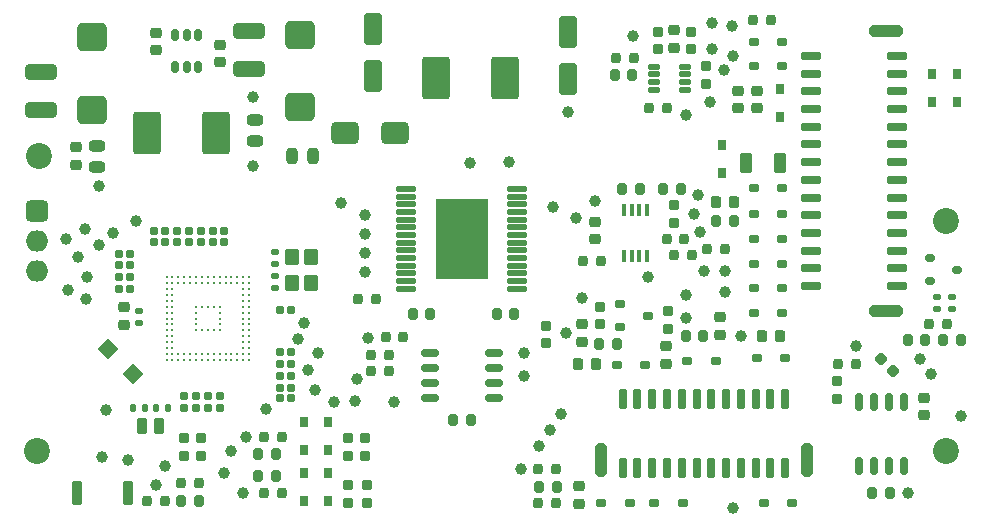
<source format=gbr>
%TF.GenerationSoftware,Altium Limited,Altium Designer,22.6.1 (34)*%
G04 Layer_Color=255*
%FSLAX45Y45*%
%MOMM*%
%TF.SameCoordinates,07F994AE-BB1C-4BEA-A643-928B9DFDCC76*%
%TF.FilePolarity,Positive*%
%TF.FileFunction,Pads,Top*%
%TF.Part,Single*%
G01*
G75*
%TA.AperFunction,SMDPad,CuDef*%
G04:AMPARAMS|DCode=21|XSize=3.6mm|YSize=2.4mm|CornerRadius=0.3mm|HoleSize=0mm|Usage=FLASHONLY|Rotation=270.000|XOffset=0mm|YOffset=0mm|HoleType=Round|Shape=RoundedRectangle|*
%AMROUNDEDRECTD21*
21,1,3.60000,1.80000,0,0,270.0*
21,1,3.00000,2.40000,0,0,270.0*
1,1,0.60000,-0.90000,-1.50000*
1,1,0.60000,-0.90000,1.50000*
1,1,0.60000,0.90000,1.50000*
1,1,0.60000,0.90000,-1.50000*
%
%ADD21ROUNDEDRECTD21*%
%ADD22C,1.00000*%
G04:AMPARAMS|DCode=23|XSize=1.3mm|YSize=1.3mm|CornerRadius=0.1625mm|HoleSize=0mm|Usage=FLASHONLY|Rotation=45.000|XOffset=0mm|YOffset=0mm|HoleType=Round|Shape=RoundedRectangle|*
%AMROUNDEDRECTD23*
21,1,1.30000,0.97500,0,0,45.0*
21,1,0.97500,1.30000,0,0,45.0*
1,1,0.32500,0.68943,0.00000*
1,1,0.32500,0.00000,-0.68943*
1,1,0.32500,-0.68943,0.00000*
1,1,0.32500,0.00000,0.68943*
%
%ADD23ROUNDEDRECTD23*%
%ADD24R,4.50000X6.90000*%
G04:AMPARAMS|DCode=25|XSize=1.75mm|YSize=0.43mm|CornerRadius=0.1075mm|HoleSize=0mm|Usage=FLASHONLY|Rotation=180.000|XOffset=0mm|YOffset=0mm|HoleType=Round|Shape=RoundedRectangle|*
%AMROUNDEDRECTD25*
21,1,1.75000,0.21500,0,0,180.0*
21,1,1.53500,0.43000,0,0,180.0*
1,1,0.21500,-0.76750,0.10750*
1,1,0.21500,0.76750,0.10750*
1,1,0.21500,0.76750,-0.10750*
1,1,0.21500,-0.76750,-0.10750*
%
%ADD25ROUNDEDRECTD25*%
G04:AMPARAMS|DCode=26|XSize=0.6mm|YSize=1mm|CornerRadius=0.15mm|HoleSize=0mm|Usage=FLASHONLY|Rotation=180.000|XOffset=0mm|YOffset=0mm|HoleType=Round|Shape=RoundedRectangle|*
%AMROUNDEDRECTD26*
21,1,0.60000,0.70000,0,0,180.0*
21,1,0.30000,1.00000,0,0,180.0*
1,1,0.30000,-0.15000,0.35000*
1,1,0.30000,0.15000,0.35000*
1,1,0.30000,0.15000,-0.35000*
1,1,0.30000,-0.15000,-0.35000*
%
%ADD26ROUNDEDRECTD26*%
G04:AMPARAMS|DCode=27|XSize=0.65mm|YSize=1.45mm|CornerRadius=0.1625mm|HoleSize=0mm|Usage=FLASHONLY|Rotation=180.000|XOffset=0mm|YOffset=0mm|HoleType=Round|Shape=RoundedRectangle|*
%AMROUNDEDRECTD27*
21,1,0.65000,1.12500,0,0,180.0*
21,1,0.32500,1.45000,0,0,180.0*
1,1,0.32500,-0.16250,0.56250*
1,1,0.32500,0.16250,0.56250*
1,1,0.32500,0.16250,-0.56250*
1,1,0.32500,-0.16250,-0.56250*
%
%ADD27ROUNDEDRECTD27*%
G04:AMPARAMS|DCode=28|XSize=0.75mm|YSize=0.85mm|CornerRadius=0.1875mm|HoleSize=0mm|Usage=FLASHONLY|Rotation=90.000|XOffset=0mm|YOffset=0mm|HoleType=Round|Shape=RoundedRectangle|*
%AMROUNDEDRECTD28*
21,1,0.75000,0.47500,0,0,90.0*
21,1,0.37500,0.85000,0,0,90.0*
1,1,0.37500,0.23750,0.18750*
1,1,0.37500,0.23750,-0.18750*
1,1,0.37500,-0.23750,-0.18750*
1,1,0.37500,-0.23750,0.18750*
%
%ADD28ROUNDEDRECTD28*%
G04:AMPARAMS|DCode=29|XSize=0.7mm|YSize=1.75mm|CornerRadius=0mm|HoleSize=0mm|Usage=FLASHONLY|Rotation=90.000|XOffset=0mm|YOffset=0mm|HoleType=Round|Shape=Octagon|*
%AMOCTAGOND29*
4,1,8,-0.87500,-0.17500,-0.87500,0.17500,-0.70000,0.35000,0.70000,0.35000,0.87500,0.17500,0.87500,-0.17500,0.70000,-0.35000,-0.70000,-0.35000,-0.87500,-0.17500,0.0*
%
%ADD29OCTAGOND29*%

G04:AMPARAMS|DCode=30|XSize=1mm|YSize=2.8mm|CornerRadius=0mm|HoleSize=0mm|Usage=FLASHONLY|Rotation=90.000|XOffset=0mm|YOffset=0mm|HoleType=Round|Shape=Octagon|*
%AMOCTAGOND30*
4,1,8,-1.40000,-0.25000,-1.40000,0.25000,-1.15000,0.50000,1.15000,0.50000,1.40000,0.25000,1.40000,-0.25000,1.15000,-0.50000,-1.15000,-0.50000,-1.40000,-0.25000,0.0*
%
%ADD30OCTAGOND30*%

G04:AMPARAMS|DCode=31|XSize=1mm|YSize=2.8mm|CornerRadius=0mm|HoleSize=0mm|Usage=FLASHONLY|Rotation=0.000|XOffset=0mm|YOffset=0mm|HoleType=Round|Shape=Octagon|*
%AMOCTAGOND31*
4,1,8,-0.25000,1.40000,0.25000,1.40000,0.50000,1.15000,0.50000,-1.15000,0.25000,-1.40000,-0.25000,-1.40000,-0.50000,-1.15000,-0.50000,1.15000,-0.25000,1.40000,0.0*
%
%ADD31OCTAGOND31*%

G04:AMPARAMS|DCode=32|XSize=0.6mm|YSize=1.75mm|CornerRadius=0mm|HoleSize=0mm|Usage=FLASHONLY|Rotation=0.000|XOffset=0mm|YOffset=0mm|HoleType=Round|Shape=Octagon|*
%AMOCTAGOND32*
4,1,8,-0.15000,0.87500,0.15000,0.87500,0.30000,0.72500,0.30000,-0.72500,0.15000,-0.87500,-0.15000,-0.87500,-0.30000,-0.72500,-0.30000,0.72500,-0.15000,0.87500,0.0*
%
%ADD32OCTAGOND32*%

G04:AMPARAMS|DCode=33|XSize=1.4mm|YSize=1.15mm|CornerRadius=0.14375mm|HoleSize=0mm|Usage=FLASHONLY|Rotation=270.000|XOffset=0mm|YOffset=0mm|HoleType=Round|Shape=RoundedRectangle|*
%AMROUNDEDRECTD33*
21,1,1.40000,0.86250,0,0,270.0*
21,1,1.11250,1.15000,0,0,270.0*
1,1,0.28750,-0.43125,-0.55625*
1,1,0.28750,-0.43125,0.55625*
1,1,0.28750,0.43125,0.55625*
1,1,0.28750,0.43125,-0.55625*
%
%ADD33ROUNDEDRECTD33*%
G04:AMPARAMS|DCode=34|XSize=1.7mm|YSize=1.05mm|CornerRadius=0.2625mm|HoleSize=0mm|Usage=FLASHONLY|Rotation=270.000|XOffset=0mm|YOffset=0mm|HoleType=Round|Shape=RoundedRectangle|*
%AMROUNDEDRECTD34*
21,1,1.70000,0.52500,0,0,270.0*
21,1,1.17500,1.05000,0,0,270.0*
1,1,0.52500,-0.26250,-0.58750*
1,1,0.52500,-0.26250,0.58750*
1,1,0.52500,0.26250,0.58750*
1,1,0.52500,0.26250,-0.58750*
%
%ADD34ROUNDEDRECTD34*%
G04:AMPARAMS|DCode=35|XSize=0.8mm|YSize=1.3mm|CornerRadius=0.1mm|HoleSize=0mm|Usage=FLASHONLY|Rotation=180.000|XOffset=0mm|YOffset=0mm|HoleType=Round|Shape=RoundedRectangle|*
%AMROUNDEDRECTD35*
21,1,0.80000,1.10000,0,0,180.0*
21,1,0.60000,1.30000,0,0,180.0*
1,1,0.20000,-0.30000,0.55000*
1,1,0.20000,0.30000,0.55000*
1,1,0.20000,0.30000,-0.55000*
1,1,0.20000,-0.30000,-0.55000*
%
%ADD35ROUNDEDRECTD35*%
G04:AMPARAMS|DCode=36|XSize=1.9mm|YSize=2.4mm|CornerRadius=0.475mm|HoleSize=0mm|Usage=FLASHONLY|Rotation=90.000|XOffset=0mm|YOffset=0mm|HoleType=Round|Shape=RoundedRectangle|*
%AMROUNDEDRECTD36*
21,1,1.90000,1.45000,0,0,90.0*
21,1,0.95000,2.40000,0,0,90.0*
1,1,0.95000,0.72500,0.47500*
1,1,0.95000,0.72500,-0.47500*
1,1,0.95000,-0.72500,-0.47500*
1,1,0.95000,-0.72500,0.47500*
%
%ADD36ROUNDEDRECTD36*%
G04:AMPARAMS|DCode=37|XSize=1.6mm|YSize=2.7mm|CornerRadius=0.32mm|HoleSize=0mm|Usage=FLASHONLY|Rotation=180.000|XOffset=0mm|YOffset=0mm|HoleType=Round|Shape=RoundedRectangle|*
%AMROUNDEDRECTD37*
21,1,1.60000,2.06000,0,0,180.0*
21,1,0.96000,2.70000,0,0,180.0*
1,1,0.64000,-0.48000,1.03000*
1,1,0.64000,0.48000,1.03000*
1,1,0.64000,0.48000,-1.03000*
1,1,0.64000,-0.48000,-1.03000*
%
%ADD37ROUNDEDRECTD37*%
%TA.AperFunction,BGAPad,CuDef*%
%ADD38C,0.26000*%
%TA.AperFunction,SMDPad,CuDef*%
G04:AMPARAMS|DCode=39|XSize=0.9mm|YSize=2mm|CornerRadius=0.1125mm|HoleSize=0mm|Usage=FLASHONLY|Rotation=0.000|XOffset=0mm|YOffset=0mm|HoleType=Round|Shape=RoundedRectangle|*
%AMROUNDEDRECTD39*
21,1,0.90000,1.77500,0,0,0.0*
21,1,0.67500,2.00000,0,0,0.0*
1,1,0.22500,0.33750,-0.88750*
1,1,0.22500,-0.33750,-0.88750*
1,1,0.22500,-0.33750,0.88750*
1,1,0.22500,0.33750,0.88750*
%
%ADD39ROUNDEDRECTD39*%
G04:AMPARAMS|DCode=40|XSize=0.95mm|YSize=0.85mm|CornerRadius=0.2125mm|HoleSize=0mm|Usage=FLASHONLY|Rotation=0.000|XOffset=0mm|YOffset=0mm|HoleType=Round|Shape=RoundedRectangle|*
%AMROUNDEDRECTD40*
21,1,0.95000,0.42500,0,0,0.0*
21,1,0.52500,0.85000,0,0,0.0*
1,1,0.42500,0.26250,-0.21250*
1,1,0.42500,-0.26250,-0.21250*
1,1,0.42500,-0.26250,0.21250*
1,1,0.42500,0.26250,0.21250*
%
%ADD40ROUNDEDRECTD40*%
G04:AMPARAMS|DCode=41|XSize=0.95mm|YSize=0.85mm|CornerRadius=0.2125mm|HoleSize=0mm|Usage=FLASHONLY|Rotation=270.000|XOffset=0mm|YOffset=0mm|HoleType=Round|Shape=RoundedRectangle|*
%AMROUNDEDRECTD41*
21,1,0.95000,0.42500,0,0,270.0*
21,1,0.52500,0.85000,0,0,270.0*
1,1,0.42500,-0.21250,-0.26250*
1,1,0.42500,-0.21250,0.26250*
1,1,0.42500,0.21250,0.26250*
1,1,0.42500,0.21250,-0.26250*
%
%ADD41ROUNDEDRECTD41*%
G04:AMPARAMS|DCode=42|XSize=2.5mm|YSize=2.45mm|CornerRadius=0.42875mm|HoleSize=0mm|Usage=FLASHONLY|Rotation=180.000|XOffset=0mm|YOffset=0mm|HoleType=Round|Shape=RoundedRectangle|*
%AMROUNDEDRECTD42*
21,1,2.50000,1.59250,0,0,180.0*
21,1,1.64250,2.45000,0,0,180.0*
1,1,0.85750,-0.82125,0.79625*
1,1,0.85750,0.82125,0.79625*
1,1,0.85750,0.82125,-0.79625*
1,1,0.85750,-0.82125,-0.79625*
%
%ADD42ROUNDEDRECTD42*%
G04:AMPARAMS|DCode=43|XSize=2.7mm|YSize=1.35mm|CornerRadius=0.3375mm|HoleSize=0mm|Usage=FLASHONLY|Rotation=180.000|XOffset=0mm|YOffset=0mm|HoleType=Round|Shape=RoundedRectangle|*
%AMROUNDEDRECTD43*
21,1,2.70000,0.67500,0,0,180.0*
21,1,2.02500,1.35000,0,0,180.0*
1,1,0.67500,-1.01250,0.33750*
1,1,0.67500,1.01250,0.33750*
1,1,0.67500,1.01250,-0.33750*
1,1,0.67500,-1.01250,-0.33750*
%
%ADD43ROUNDEDRECTD43*%
G04:AMPARAMS|DCode=44|XSize=0.65mm|YSize=0.55mm|CornerRadius=0.1375mm|HoleSize=0mm|Usage=FLASHONLY|Rotation=180.000|XOffset=0mm|YOffset=0mm|HoleType=Round|Shape=RoundedRectangle|*
%AMROUNDEDRECTD44*
21,1,0.65000,0.27500,0,0,180.0*
21,1,0.37500,0.55000,0,0,180.0*
1,1,0.27500,-0.18750,0.13750*
1,1,0.27500,0.18750,0.13750*
1,1,0.27500,0.18750,-0.13750*
1,1,0.27500,-0.18750,-0.13750*
%
%ADD44ROUNDEDRECTD44*%
G04:AMPARAMS|DCode=45|XSize=0.65mm|YSize=0.55mm|CornerRadius=0.1375mm|HoleSize=0mm|Usage=FLASHONLY|Rotation=90.000|XOffset=0mm|YOffset=0mm|HoleType=Round|Shape=RoundedRectangle|*
%AMROUNDEDRECTD45*
21,1,0.65000,0.27500,0,0,90.0*
21,1,0.37500,0.55000,0,0,90.0*
1,1,0.27500,0.13750,0.18750*
1,1,0.27500,0.13750,-0.18750*
1,1,0.27500,-0.13750,-0.18750*
1,1,0.27500,-0.13750,0.18750*
%
%ADD45ROUNDEDRECTD45*%
G04:AMPARAMS|DCode=46|XSize=0.95mm|YSize=0.85mm|CornerRadius=0.2125mm|HoleSize=0mm|Usage=FLASHONLY|Rotation=45.000|XOffset=0mm|YOffset=0mm|HoleType=Round|Shape=RoundedRectangle|*
%AMROUNDEDRECTD46*
21,1,0.95000,0.42500,0,0,45.0*
21,1,0.52500,0.85000,0,0,45.0*
1,1,0.42500,0.33587,0.03535*
1,1,0.42500,-0.03535,-0.33587*
1,1,0.42500,-0.33587,-0.03535*
1,1,0.42500,0.03535,0.33587*
%
%ADD46ROUNDEDRECTD46*%
G04:AMPARAMS|DCode=47|XSize=0.65mm|YSize=0.85mm|CornerRadius=0.1625mm|HoleSize=0mm|Usage=FLASHONLY|Rotation=90.000|XOffset=0mm|YOffset=0mm|HoleType=Round|Shape=RoundedRectangle|*
%AMROUNDEDRECTD47*
21,1,0.65000,0.52500,0,0,90.0*
21,1,0.32500,0.85000,0,0,90.0*
1,1,0.32500,0.26250,0.16250*
1,1,0.32500,0.26250,-0.16250*
1,1,0.32500,-0.26250,-0.16250*
1,1,0.32500,-0.26250,0.16250*
%
%ADD47ROUNDEDRECTD47*%
G04:AMPARAMS|DCode=48|XSize=0.75mm|YSize=0.85mm|CornerRadius=0.1875mm|HoleSize=0mm|Usage=FLASHONLY|Rotation=0.000|XOffset=0mm|YOffset=0mm|HoleType=Round|Shape=RoundedRectangle|*
%AMROUNDEDRECTD48*
21,1,0.75000,0.47500,0,0,0.0*
21,1,0.37500,0.85000,0,0,0.0*
1,1,0.37500,0.18750,-0.23750*
1,1,0.37500,-0.18750,-0.23750*
1,1,0.37500,-0.18750,0.23750*
1,1,0.37500,0.18750,0.23750*
%
%ADD48ROUNDEDRECTD48*%
G04:AMPARAMS|DCode=49|XSize=0.98mm|YSize=0.92mm|CornerRadius=0.23mm|HoleSize=0mm|Usage=FLASHONLY|Rotation=270.000|XOffset=0mm|YOffset=0mm|HoleType=Round|Shape=RoundedRectangle|*
%AMROUNDEDRECTD49*
21,1,0.98000,0.46000,0,0,270.0*
21,1,0.52000,0.92000,0,0,270.0*
1,1,0.46000,-0.23000,-0.26000*
1,1,0.46000,-0.23000,0.26000*
1,1,0.46000,0.23000,0.26000*
1,1,0.46000,0.23000,-0.26000*
%
%ADD49ROUNDEDRECTD49*%
G04:AMPARAMS|DCode=50|XSize=0.98mm|YSize=0.92mm|CornerRadius=0.23mm|HoleSize=0mm|Usage=FLASHONLY|Rotation=0.000|XOffset=0mm|YOffset=0mm|HoleType=Round|Shape=RoundedRectangle|*
%AMROUNDEDRECTD50*
21,1,0.98000,0.46000,0,0,0.0*
21,1,0.52000,0.92000,0,0,0.0*
1,1,0.46000,0.26000,-0.23000*
1,1,0.46000,-0.26000,-0.23000*
1,1,0.46000,-0.26000,0.23000*
1,1,0.46000,0.26000,0.23000*
%
%ADD50ROUNDEDRECTD50*%
G04:AMPARAMS|DCode=51|XSize=0.62mm|YSize=0.56mm|CornerRadius=0.14mm|HoleSize=0mm|Usage=FLASHONLY|Rotation=180.000|XOffset=0mm|YOffset=0mm|HoleType=Round|Shape=RoundedRectangle|*
%AMROUNDEDRECTD51*
21,1,0.62000,0.28000,0,0,180.0*
21,1,0.34000,0.56000,0,0,180.0*
1,1,0.28000,-0.17000,0.14000*
1,1,0.28000,0.17000,0.14000*
1,1,0.28000,0.17000,-0.14000*
1,1,0.28000,-0.17000,-0.14000*
%
%ADD51ROUNDEDRECTD51*%
G04:AMPARAMS|DCode=52|XSize=0.65mm|YSize=0.9mm|CornerRadius=0.1625mm|HoleSize=0mm|Usage=FLASHONLY|Rotation=90.000|XOffset=0mm|YOffset=0mm|HoleType=Round|Shape=RoundedRectangle|*
%AMROUNDEDRECTD52*
21,1,0.65000,0.57500,0,0,90.0*
21,1,0.32500,0.90000,0,0,90.0*
1,1,0.32500,0.28750,0.16250*
1,1,0.32500,0.28750,-0.16250*
1,1,0.32500,-0.28750,-0.16250*
1,1,0.32500,-0.28750,0.16250*
%
%ADD52ROUNDEDRECTD52*%
G04:AMPARAMS|DCode=53|XSize=0.9mm|YSize=0.8mm|CornerRadius=0.2mm|HoleSize=0mm|Usage=FLASHONLY|Rotation=270.000|XOffset=0mm|YOffset=0mm|HoleType=Round|Shape=RoundedRectangle|*
%AMROUNDEDRECTD53*
21,1,0.90000,0.40000,0,0,270.0*
21,1,0.50000,0.80000,0,0,270.0*
1,1,0.40000,-0.20000,-0.25000*
1,1,0.40000,-0.20000,0.25000*
1,1,0.40000,0.20000,0.25000*
1,1,0.40000,0.20000,-0.25000*
%
%ADD53ROUNDEDRECTD53*%
G04:AMPARAMS|DCode=54|XSize=1.35mm|YSize=0.95mm|CornerRadius=0.2375mm|HoleSize=0mm|Usage=FLASHONLY|Rotation=270.000|XOffset=0mm|YOffset=0mm|HoleType=Round|Shape=RoundedRectangle|*
%AMROUNDEDRECTD54*
21,1,1.35000,0.47500,0,0,270.0*
21,1,0.87500,0.95000,0,0,270.0*
1,1,0.47500,-0.23750,-0.43750*
1,1,0.47500,-0.23750,0.43750*
1,1,0.47500,0.23750,0.43750*
1,1,0.47500,0.23750,-0.43750*
%
%ADD54ROUNDEDRECTD54*%
G04:AMPARAMS|DCode=55|XSize=1.35mm|YSize=0.95mm|CornerRadius=0.2375mm|HoleSize=0mm|Usage=FLASHONLY|Rotation=180.000|XOffset=0mm|YOffset=0mm|HoleType=Round|Shape=RoundedRectangle|*
%AMROUNDEDRECTD55*
21,1,1.35000,0.47500,0,0,180.0*
21,1,0.87500,0.95000,0,0,180.0*
1,1,0.47500,-0.43750,0.23750*
1,1,0.47500,0.43750,0.23750*
1,1,0.47500,0.43750,-0.23750*
1,1,0.47500,-0.43750,-0.23750*
%
%ADD55ROUNDEDRECTD55*%
G04:AMPARAMS|DCode=56|XSize=0.9mm|YSize=0.8mm|CornerRadius=0.2mm|HoleSize=0mm|Usage=FLASHONLY|Rotation=0.000|XOffset=0mm|YOffset=0mm|HoleType=Round|Shape=RoundedRectangle|*
%AMROUNDEDRECTD56*
21,1,0.90000,0.40000,0,0,0.0*
21,1,0.50000,0.80000,0,0,0.0*
1,1,0.40000,0.25000,-0.20000*
1,1,0.40000,-0.25000,-0.20000*
1,1,0.40000,-0.25000,0.20000*
1,1,0.40000,0.25000,0.20000*
%
%ADD56ROUNDEDRECTD56*%
G04:AMPARAMS|DCode=57|XSize=0.6mm|YSize=0.6mm|CornerRadius=0.075mm|HoleSize=0mm|Usage=FLASHONLY|Rotation=0.000|XOffset=0mm|YOffset=0mm|HoleType=Round|Shape=RoundedRectangle|*
%AMROUNDEDRECTD57*
21,1,0.60000,0.45000,0,0,0.0*
21,1,0.45000,0.60000,0,0,0.0*
1,1,0.15000,0.22500,-0.22500*
1,1,0.15000,-0.22500,-0.22500*
1,1,0.15000,-0.22500,0.22500*
1,1,0.15000,0.22500,0.22500*
%
%ADD57ROUNDEDRECTD57*%
G04:AMPARAMS|DCode=58|XSize=0.6mm|YSize=0.6mm|CornerRadius=0.075mm|HoleSize=0mm|Usage=FLASHONLY|Rotation=270.000|XOffset=0mm|YOffset=0mm|HoleType=Round|Shape=RoundedRectangle|*
%AMROUNDEDRECTD58*
21,1,0.60000,0.45000,0,0,270.0*
21,1,0.45000,0.60000,0,0,270.0*
1,1,0.15000,-0.22500,-0.22500*
1,1,0.15000,-0.22500,0.22500*
1,1,0.15000,0.22500,0.22500*
1,1,0.15000,0.22500,-0.22500*
%
%ADD58ROUNDEDRECTD58*%
G04:AMPARAMS|DCode=59|XSize=0.65mm|YSize=1.45mm|CornerRadius=0.1625mm|HoleSize=0mm|Usage=FLASHONLY|Rotation=270.000|XOffset=0mm|YOffset=0mm|HoleType=Round|Shape=RoundedRectangle|*
%AMROUNDEDRECTD59*
21,1,0.65000,1.12500,0,0,270.0*
21,1,0.32500,1.45000,0,0,270.0*
1,1,0.32500,-0.56250,-0.16250*
1,1,0.32500,-0.56250,0.16250*
1,1,0.32500,0.56250,0.16250*
1,1,0.32500,0.56250,-0.16250*
%
%ADD59ROUNDEDRECTD59*%
G04:AMPARAMS|DCode=60|XSize=0.45mm|YSize=1mm|CornerRadius=0.1125mm|HoleSize=0mm|Usage=FLASHONLY|Rotation=90.000|XOffset=0mm|YOffset=0mm|HoleType=Round|Shape=RoundedRectangle|*
%AMROUNDEDRECTD60*
21,1,0.45000,0.77500,0,0,90.0*
21,1,0.22500,1.00000,0,0,90.0*
1,1,0.22500,0.38750,0.11250*
1,1,0.22500,0.38750,-0.11250*
1,1,0.22500,-0.38750,-0.11250*
1,1,0.22500,-0.38750,0.11250*
%
%ADD60ROUNDEDRECTD60*%
G04:AMPARAMS|DCode=61|XSize=0.4mm|YSize=1.1mm|CornerRadius=0.1mm|HoleSize=0mm|Usage=FLASHONLY|Rotation=0.000|XOffset=0mm|YOffset=0mm|HoleType=Round|Shape=RoundedRectangle|*
%AMROUNDEDRECTD61*
21,1,0.40000,0.90000,0,0,0.0*
21,1,0.20000,1.10000,0,0,0.0*
1,1,0.20000,0.10000,-0.45000*
1,1,0.20000,-0.10000,-0.45000*
1,1,0.20000,-0.10000,0.45000*
1,1,0.20000,0.10000,0.45000*
%
%ADD61ROUNDEDRECTD61*%
%TA.AperFunction,ComponentPad*%
%ADD72O,1.90000X1.80000*%
G04:AMPARAMS|DCode=73|XSize=1.8mm|YSize=1.9mm|CornerRadius=0.36mm|HoleSize=0mm|Usage=FLASHONLY|Rotation=270.000|XOffset=0mm|YOffset=0mm|HoleType=Round|Shape=RoundedRectangle|*
%AMROUNDEDRECTD73*
21,1,1.80000,1.18000,0,0,270.0*
21,1,1.08000,1.90000,0,0,270.0*
1,1,0.72000,-0.59000,-0.54000*
1,1,0.72000,-0.59000,0.54000*
1,1,0.72000,0.59000,0.54000*
1,1,0.72000,0.59000,-0.54000*
%
%ADD73ROUNDEDRECTD73*%
%TA.AperFunction,WasherPad*%
%ADD74C,2.20000*%
D21*
X1185000Y3300000D02*
D03*
X1770000D02*
D03*
X3635000Y3760000D02*
D03*
X4219999D02*
D03*
D22*
X3920000Y3040000D02*
D03*
X4749999Y3475000D02*
D03*
X2080000Y3020000D02*
D03*
Y3600000D02*
D03*
X780000Y2850000D02*
D03*
X6150000Y125000D02*
D03*
X7630000Y250000D02*
D03*
X2190000Y960000D02*
D03*
X3280000Y1020000D02*
D03*
X4600000Y780000D02*
D03*
X1840000Y420000D02*
D03*
X2025000Y725000D02*
D03*
X2000000Y250000D02*
D03*
X1900000Y600000D02*
D03*
X4500000Y650000D02*
D03*
X4350000Y450000D02*
D03*
X4690000Y920000D02*
D03*
X4730000Y1600000D02*
D03*
X4250000Y3050000D02*
D03*
X6210000Y1580000D02*
D03*
X3030000Y2280000D02*
D03*
Y2120000D02*
D03*
Y2600000D02*
D03*
Y2440000D02*
D03*
X4870000Y1900000D02*
D03*
X5750000Y1730000D02*
D03*
X4620000Y2670000D02*
D03*
X5850000Y2770000D02*
D03*
X1260000Y320000D02*
D03*
X3060000Y1560000D02*
D03*
X2960000Y1210000D02*
D03*
X840000Y950000D02*
D03*
X775000Y2350000D02*
D03*
X5750000Y3450000D02*
D03*
X1090000Y2550000D02*
D03*
X900000Y2450000D02*
D03*
X5950000Y3560000D02*
D03*
X5970000Y4230000D02*
D03*
X5300000Y4120000D02*
D03*
X660000Y2480000D02*
D03*
X6150000Y3950000D02*
D03*
X500000Y2400000D02*
D03*
X5970000Y4010000D02*
D03*
X6070000Y3830000D02*
D03*
X6140000Y4200000D02*
D03*
X675000Y2075000D02*
D03*
X520000Y1970000D02*
D03*
X5820000Y2610000D02*
D03*
X4980000Y2720000D02*
D03*
X4820000Y2580000D02*
D03*
X5870000Y2460000D02*
D03*
X2460000Y1550000D02*
D03*
X5900000Y2125000D02*
D03*
X2550000Y1290000D02*
D03*
X5430000Y2080000D02*
D03*
X6075000Y1950000D02*
D03*
Y2125000D02*
D03*
X2510000Y1690000D02*
D03*
X2630000Y1430000D02*
D03*
X7730000Y1380000D02*
D03*
X2610000Y1120000D02*
D03*
X7820000Y1260000D02*
D03*
X670000Y1890000D02*
D03*
X5750000Y1925000D02*
D03*
X8080000Y900000D02*
D03*
X1340000Y480000D02*
D03*
X4380000Y1240000D02*
D03*
X1025000Y525000D02*
D03*
X7190000Y1490000D02*
D03*
X2770000Y1020000D02*
D03*
X2950000Y1025000D02*
D03*
X800000Y550000D02*
D03*
X4380000Y1430000D02*
D03*
X600000Y2250000D02*
D03*
X2825000Y2700000D02*
D03*
D23*
X1069972Y1254975D02*
D03*
X857840Y1467107D02*
D03*
D24*
X3850000Y2400000D02*
D03*
D25*
X3380000Y1977500D02*
D03*
Y2042500D02*
D03*
Y2107500D02*
D03*
Y2172500D02*
D03*
Y2237500D02*
D03*
Y2302500D02*
D03*
Y2367500D02*
D03*
Y2432500D02*
D03*
Y2497500D02*
D03*
Y2562500D02*
D03*
Y2627500D02*
D03*
Y2692500D02*
D03*
Y2757500D02*
D03*
Y2822500D02*
D03*
X4320000D02*
D03*
Y2757500D02*
D03*
Y2692500D02*
D03*
Y2627500D02*
D03*
Y2562500D02*
D03*
Y2497500D02*
D03*
Y2432500D02*
D03*
Y2367500D02*
D03*
Y2302500D02*
D03*
Y2237500D02*
D03*
Y2172500D02*
D03*
Y2107500D02*
D03*
Y2042500D02*
D03*
Y1977500D02*
D03*
D26*
X1425000Y4125000D02*
D03*
X1520000D02*
D03*
X1615000D02*
D03*
Y3855000D02*
D03*
X1520000D02*
D03*
X1425000D02*
D03*
D27*
X7209500Y477500D02*
D03*
X7336500D02*
D03*
X7463500D02*
D03*
X7590500D02*
D03*
X7209500Y1022500D02*
D03*
X7336500D02*
D03*
X7463500D02*
D03*
X7590500D02*
D03*
D28*
X5759999Y1365000D02*
D03*
X5999999D02*
D03*
X5720000Y162500D02*
D03*
X5480000D02*
D03*
X5270000D02*
D03*
X5030000D02*
D03*
X5160000Y1330000D02*
D03*
X5400000D02*
D03*
X6590000Y1390000D02*
D03*
X6350000D02*
D03*
X6560000Y2400000D02*
D03*
X6320000D02*
D03*
X6560000Y2610000D02*
D03*
X6320000D02*
D03*
X6560000Y1980000D02*
D03*
X6320000D02*
D03*
X6560000Y2190000D02*
D03*
X6320000D02*
D03*
X6560000Y2830000D02*
D03*
X6320000D02*
D03*
X6560000Y1770000D02*
D03*
X6320000D02*
D03*
X6560000Y3860000D02*
D03*
X6320000D02*
D03*
X6560000Y4070000D02*
D03*
X6320000D02*
D03*
X6405000Y162500D02*
D03*
X6645000D02*
D03*
D29*
X7532499Y2000000D02*
D03*
X6807499D02*
D03*
X7532499Y2150000D02*
D03*
X6807499D02*
D03*
X7532499Y2300000D02*
D03*
X6807499D02*
D03*
X7532499Y2450000D02*
D03*
X6807499D02*
D03*
X7532499Y2600000D02*
D03*
X6807499D02*
D03*
X7532499Y2750000D02*
D03*
X6807499D02*
D03*
X7532499Y2900000D02*
D03*
X6807499D02*
D03*
X7532499Y3050000D02*
D03*
X6807499D02*
D03*
X7532499Y3200000D02*
D03*
X6807499D02*
D03*
X7532499Y3350000D02*
D03*
X6807499D02*
D03*
X7532499Y3500000D02*
D03*
X6807499D02*
D03*
X7532499Y3650000D02*
D03*
X6807499D02*
D03*
X7532499Y3800000D02*
D03*
X6807499D02*
D03*
X7532499Y3950000D02*
D03*
X6807499D02*
D03*
D30*
X7442499Y1790000D02*
D03*
Y4160000D02*
D03*
D31*
X6772500Y527500D02*
D03*
X5027500D02*
D03*
D32*
X6587500Y1043000D02*
D03*
Y457000D02*
D03*
X6462500Y1043000D02*
D03*
Y457000D02*
D03*
X6337500Y1043000D02*
D03*
Y457000D02*
D03*
X6212500Y1043000D02*
D03*
Y457000D02*
D03*
X6087500Y1043000D02*
D03*
Y457000D02*
D03*
X5962500Y1043000D02*
D03*
Y457000D02*
D03*
X5837500Y1043000D02*
D03*
Y457000D02*
D03*
X5712500Y1043000D02*
D03*
Y457000D02*
D03*
X5587500Y1043000D02*
D03*
Y457000D02*
D03*
X5462500Y1043000D02*
D03*
Y457000D02*
D03*
X5337500Y1043000D02*
D03*
Y457000D02*
D03*
X5212500Y1043000D02*
D03*
Y457000D02*
D03*
D33*
X2409999Y2245000D02*
D03*
Y2025000D02*
D03*
X2570000D02*
D03*
Y2245000D02*
D03*
D34*
X6257500Y3045000D02*
D03*
X6542499D02*
D03*
D35*
X1144999Y815000D02*
D03*
X1285000D02*
D03*
D36*
X3284974Y3300000D02*
D03*
X2864974D02*
D03*
D37*
X3100000Y3775000D02*
D03*
Y4175000D02*
D03*
X4745025Y3750000D02*
D03*
Y4150000D02*
D03*
D38*
X1349997Y1374981D02*
D03*
Y1424981D02*
D03*
Y1474981D02*
D03*
Y1524981D02*
D03*
Y1574981D02*
D03*
Y1624981D02*
D03*
Y1674981D02*
D03*
Y1724981D02*
D03*
Y1774981D02*
D03*
Y1824981D02*
D03*
Y1874981D02*
D03*
Y1924981D02*
D03*
Y1974981D02*
D03*
Y2024981D02*
D03*
Y2074981D02*
D03*
X1399997Y1374981D02*
D03*
Y1424981D02*
D03*
Y1474981D02*
D03*
Y1524981D02*
D03*
Y1574981D02*
D03*
Y1624981D02*
D03*
Y1674981D02*
D03*
Y1724981D02*
D03*
Y1774981D02*
D03*
Y1824981D02*
D03*
Y1874981D02*
D03*
Y1924981D02*
D03*
Y1974981D02*
D03*
Y2024981D02*
D03*
Y2074981D02*
D03*
X1449997Y1374981D02*
D03*
Y1424981D02*
D03*
Y2024981D02*
D03*
Y2074981D02*
D03*
X1499997Y1374981D02*
D03*
Y1424981D02*
D03*
Y2024981D02*
D03*
Y2074981D02*
D03*
X1549997Y1374981D02*
D03*
Y1424981D02*
D03*
Y2024981D02*
D03*
Y2074981D02*
D03*
X1599997Y1374981D02*
D03*
Y1424981D02*
D03*
Y1624981D02*
D03*
Y1674981D02*
D03*
Y1724981D02*
D03*
Y1774981D02*
D03*
Y1824981D02*
D03*
Y2024981D02*
D03*
Y2074981D02*
D03*
X1649997Y1374981D02*
D03*
Y1424981D02*
D03*
Y1624981D02*
D03*
Y1824981D02*
D03*
Y2024981D02*
D03*
Y2074981D02*
D03*
X1699997Y1374981D02*
D03*
Y1424981D02*
D03*
Y1624981D02*
D03*
Y1824981D02*
D03*
Y2024981D02*
D03*
Y2074981D02*
D03*
X1749997Y1374981D02*
D03*
Y1424981D02*
D03*
Y1624981D02*
D03*
Y1824981D02*
D03*
Y2024981D02*
D03*
Y2074981D02*
D03*
X1799997Y1374981D02*
D03*
Y1424981D02*
D03*
Y1624981D02*
D03*
Y1674981D02*
D03*
Y1724981D02*
D03*
Y1774981D02*
D03*
Y1824981D02*
D03*
Y2024981D02*
D03*
Y2074981D02*
D03*
X1849997Y1374981D02*
D03*
Y1424981D02*
D03*
Y2024981D02*
D03*
Y2074981D02*
D03*
X1899997Y1374981D02*
D03*
Y1424981D02*
D03*
Y2024981D02*
D03*
Y2074981D02*
D03*
X1949997Y1374981D02*
D03*
Y1424981D02*
D03*
Y2024981D02*
D03*
Y2074981D02*
D03*
X1999997Y1374981D02*
D03*
Y1424981D02*
D03*
Y1474981D02*
D03*
Y1524981D02*
D03*
Y1574981D02*
D03*
Y1624981D02*
D03*
Y1674981D02*
D03*
Y1724981D02*
D03*
Y1774981D02*
D03*
Y1824981D02*
D03*
Y1874981D02*
D03*
Y1924981D02*
D03*
Y1974981D02*
D03*
Y2024981D02*
D03*
Y2074981D02*
D03*
X2049997Y1374981D02*
D03*
Y1424981D02*
D03*
Y1474981D02*
D03*
Y1524981D02*
D03*
Y1574981D02*
D03*
Y1624981D02*
D03*
Y1674981D02*
D03*
Y1724981D02*
D03*
Y1774981D02*
D03*
Y1824981D02*
D03*
Y1874981D02*
D03*
Y1924981D02*
D03*
Y1974981D02*
D03*
Y2024981D02*
D03*
Y2074981D02*
D03*
D39*
X1025000Y250000D02*
D03*
X595000D02*
D03*
D40*
X4840000Y155000D02*
D03*
Y305000D02*
D03*
X1260000Y3995000D02*
D03*
Y4145000D02*
D03*
X1800000Y3895000D02*
D03*
Y4045000D02*
D03*
X580000Y3175000D02*
D03*
Y3025000D02*
D03*
X4870000Y1525000D02*
D03*
Y1675000D02*
D03*
X6040000Y1735000D02*
D03*
Y1585000D02*
D03*
X6190000Y3655000D02*
D03*
Y3505000D02*
D03*
X990000Y1820000D02*
D03*
Y1670000D02*
D03*
X5650000Y4015000D02*
D03*
Y4165000D02*
D03*
X4980000Y2395000D02*
D03*
Y2545000D02*
D03*
X7760000Y905000D02*
D03*
Y1055000D02*
D03*
D41*
X5015000Y1510000D02*
D03*
X5165000D02*
D03*
X2275000Y580000D02*
D03*
X2125000D02*
D03*
X2275000Y390000D02*
D03*
X2125000D02*
D03*
X4655736Y300000D02*
D03*
X4505736D02*
D03*
X4145000Y1760000D02*
D03*
X4295000D02*
D03*
X3585000D02*
D03*
X3435000D02*
D03*
X5895000Y1580000D02*
D03*
X5745000D02*
D03*
X1475000Y180000D02*
D03*
X1625000D02*
D03*
X3925000Y870000D02*
D03*
X3775000D02*
D03*
X5145000Y3790000D02*
D03*
X5295000D02*
D03*
X5705000Y2820000D02*
D03*
X5555000D02*
D03*
X5355000D02*
D03*
X5205000D02*
D03*
X6155000Y2550000D02*
D03*
X6005000D02*
D03*
X7325000Y250000D02*
D03*
X7475000D02*
D03*
X8075000Y1540000D02*
D03*
X7925000D02*
D03*
X7625000D02*
D03*
X7775000D02*
D03*
D42*
X2480000Y3512500D02*
D03*
Y4127500D02*
D03*
X714975Y3492500D02*
D03*
Y4107500D02*
D03*
D43*
X2050000Y4160000D02*
D03*
Y3840000D02*
D03*
X284949Y3810000D02*
D03*
Y3490000D02*
D03*
D44*
X1120000Y1685000D02*
D03*
Y1785000D02*
D03*
X2270000Y2185000D02*
D03*
Y2285000D02*
D03*
Y2085000D02*
D03*
Y1985000D02*
D03*
D45*
X1265000Y970000D02*
D03*
X1364999D02*
D03*
X1164974D02*
D03*
X1064974D02*
D03*
D46*
X7503033Y1276967D02*
D03*
X7396967Y1383033D02*
D03*
D47*
X7817500Y2235000D02*
D03*
Y2045000D02*
D03*
X8042500Y2140000D02*
D03*
D48*
X8040000Y3800000D02*
D03*
Y3560000D02*
D03*
X7830000Y3800000D02*
D03*
Y3560000D02*
D03*
X6540000Y3670000D02*
D03*
Y3430000D02*
D03*
X6050000Y3195000D02*
D03*
Y2955000D02*
D03*
X2510000Y610000D02*
D03*
Y850000D02*
D03*
X2720000D02*
D03*
Y610000D02*
D03*
X2510000Y420000D02*
D03*
Y180000D02*
D03*
X2720000D02*
D03*
Y420000D02*
D03*
D49*
X4836000Y1340000D02*
D03*
X4984000D02*
D03*
X6544000Y1580026D02*
D03*
X6396000D02*
D03*
X6006000Y2710000D02*
D03*
X6154000D02*
D03*
D50*
X5580000Y1341000D02*
D03*
Y1489000D02*
D03*
X6350000Y3506000D02*
D03*
Y3654000D02*
D03*
D51*
X7870000Y1810000D02*
D03*
Y1910000D02*
D03*
X8000000Y1810000D02*
D03*
Y1910000D02*
D03*
D52*
X5192500Y1845000D02*
D03*
Y1655000D02*
D03*
X5427500Y1750000D02*
D03*
D53*
X6315000Y4250000D02*
D03*
X6465000D02*
D03*
X2175000Y725000D02*
D03*
X2325000D02*
D03*
X2175000Y245000D02*
D03*
X2325000D02*
D03*
X4645736Y450000D02*
D03*
X4495736D02*
D03*
X4495000Y159974D02*
D03*
X4645000D02*
D03*
X3125000Y1890000D02*
D03*
X2975000D02*
D03*
X3235000Y1420000D02*
D03*
X3085000D02*
D03*
X3205000Y1570000D02*
D03*
X3355000D02*
D03*
X1625000Y330000D02*
D03*
X1475000D02*
D03*
X1185000Y180000D02*
D03*
X1335000D02*
D03*
X3235000Y1280000D02*
D03*
X3085000D02*
D03*
X5435000Y3510000D02*
D03*
X5585000D02*
D03*
X5305000Y3930000D02*
D03*
X5155000D02*
D03*
X4880000Y2210000D02*
D03*
X5030000D02*
D03*
X5585000Y2400000D02*
D03*
X5735000D02*
D03*
X5795000Y2260000D02*
D03*
X5645000D02*
D03*
X6075000Y2310000D02*
D03*
X5925000D02*
D03*
X7035000Y1340000D02*
D03*
X7185000D02*
D03*
X7805000Y1680000D02*
D03*
X7955000D02*
D03*
D54*
X2412500Y3100000D02*
D03*
X2587500D02*
D03*
D55*
X2100000Y3407500D02*
D03*
Y3232500D02*
D03*
X760000Y3012500D02*
D03*
Y3187500D02*
D03*
D56*
X3030000Y565000D02*
D03*
Y715000D02*
D03*
X2890000Y715000D02*
D03*
Y565000D02*
D03*
X3050000Y315000D02*
D03*
Y165000D02*
D03*
X2890000Y165000D02*
D03*
Y315000D02*
D03*
X4560000Y1515000D02*
D03*
Y1665000D02*
D03*
X5020000Y1675000D02*
D03*
Y1825000D02*
D03*
X5600000Y1635000D02*
D03*
Y1785000D02*
D03*
X1640025Y560000D02*
D03*
Y710000D02*
D03*
X1500000Y710000D02*
D03*
Y560000D02*
D03*
X5920000Y3715000D02*
D03*
Y3865000D02*
D03*
X5790000Y4155000D02*
D03*
Y4005000D02*
D03*
X5510000Y4155000D02*
D03*
Y4005000D02*
D03*
X5650000Y2685000D02*
D03*
Y2535000D02*
D03*
X7030000Y1045000D02*
D03*
Y1195000D02*
D03*
D57*
X1599974Y972000D02*
D03*
Y1068000D02*
D03*
X1699999D02*
D03*
Y972000D02*
D03*
X1799999Y1068000D02*
D03*
Y972000D02*
D03*
X1640075Y2372000D02*
D03*
Y2468000D02*
D03*
X1540050Y2372000D02*
D03*
Y2468000D02*
D03*
X1440025Y2372000D02*
D03*
Y2468000D02*
D03*
X1340000D02*
D03*
Y2372000D02*
D03*
X1240000Y2468000D02*
D03*
Y2372000D02*
D03*
X1499949Y972000D02*
D03*
Y1068000D02*
D03*
X1740100Y2372000D02*
D03*
Y2468000D02*
D03*
X1840126D02*
D03*
Y2372000D02*
D03*
D58*
X2312000Y1050000D02*
D03*
X2408000D02*
D03*
X2408000Y1800101D02*
D03*
X2312000D02*
D03*
X2312000Y1140000D02*
D03*
X2408000D02*
D03*
X2312000Y1240000D02*
D03*
X2408000D02*
D03*
X1042999Y2275000D02*
D03*
X947000D02*
D03*
X1042999Y2175000D02*
D03*
X947000D02*
D03*
X2312000Y1340000D02*
D03*
X2408000D02*
D03*
X2312000Y1440000D02*
D03*
X2408000D02*
D03*
X947000Y2075000D02*
D03*
X1042999D02*
D03*
X947000Y1974975D02*
D03*
X1042999D02*
D03*
D59*
X4122500Y1049500D02*
D03*
Y1176500D02*
D03*
Y1303500D02*
D03*
Y1430500D02*
D03*
X3577500Y1049500D02*
D03*
Y1176500D02*
D03*
Y1303500D02*
D03*
Y1430500D02*
D03*
D60*
X5479997Y3857505D02*
D03*
Y3792505D02*
D03*
Y3727505D02*
D03*
X5739997D02*
D03*
Y3792505D02*
D03*
Y3857505D02*
D03*
X5479997Y3662505D02*
D03*
X5739997D02*
D03*
D61*
X5222500Y2256250D02*
D03*
X5287500D02*
D03*
X5352500D02*
D03*
X5417500D02*
D03*
X5222500Y2643750D02*
D03*
X5287500D02*
D03*
X5352500D02*
D03*
X5417500D02*
D03*
D72*
X250000Y2385000D02*
D03*
Y2131000D02*
D03*
D73*
Y2639000D02*
D03*
D74*
X249993Y599997D02*
D03*
X7949997D02*
D03*
Y2549998D02*
D03*
X269993Y3099997D02*
D03*
%TF.MD5,a68c33b454a16ee92db5e966180bb075*%
M02*

</source>
